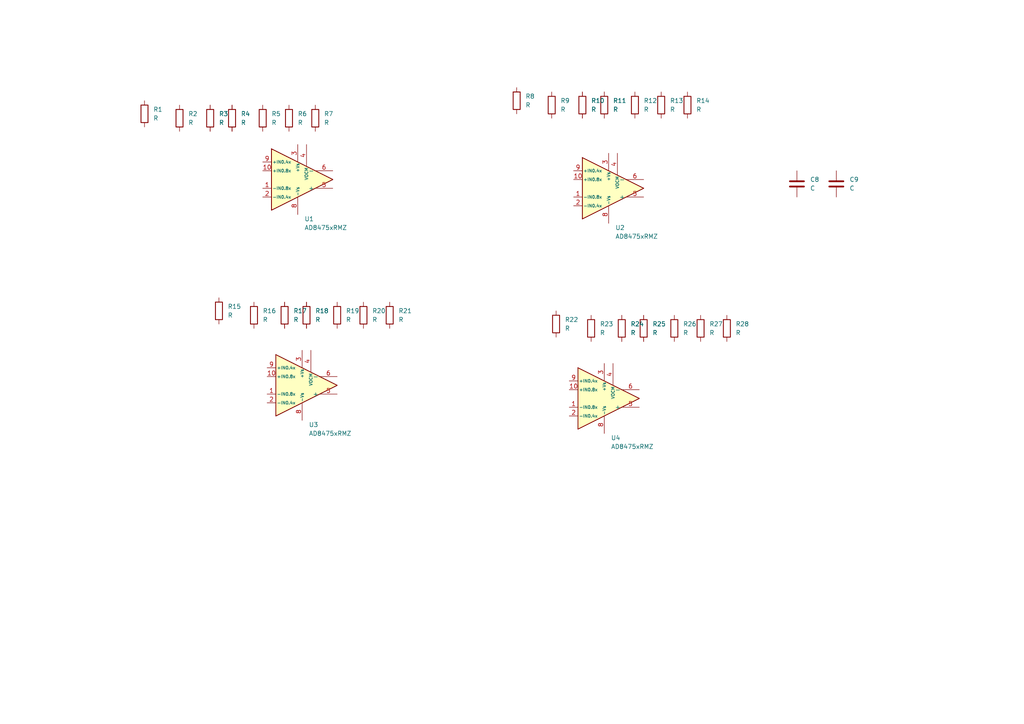
<source format=kicad_sch>
(kicad_sch (version 20230121) (generator eeschema)
  (paper "A4")
  (lib_symbols
    (symbol "Amplifier_Difference:AD8475xRMZ" (pin_names (offset 0.254))
      (property "Reference" "U" (at 3.81 6.35 0))
      (property "Value" "AD8475xRMZ" (at 3.81 8.89 0))
      (symbol "AD8475xRMZ_0_1"
        (polyline (pts (xy -7.62 8.89) (xy -7.62 -8.89) (xy 10.16 0) (xy -7.62 8.89)) (stroke (width 0.254)) (fill (type background)))
      )
      (symbol "AD8475xRMZ_1_1"
        (pin input line (at -10.16 -2.54 0) (length 2.54) (name "-IN0.8x") (number "1"))
        (pin input line (at -10.16 2.54 0) (length 2.54) (name "+IN0.8x") (number "10"))
        (pin input line (at -10.16 -5.08 0) (length 2.54) (name "-IN0.4x") (number "2"))
        (pin power_in line (at 0 10.16 270) (length 5.08) (name "+Vs") (number "3"))
        (pin power_in line (at 2.54 10.16 270) (length 6.35) (name "VOCM") (number "4"))
        (pin output line (at 10.16 -2.54 180) (length 5.08) (name "+") (number "5"))
        (pin output line (at 10.16 2.54 180) (length 5.08) (name "-") (number "6"))
        (pin no_connect line (at -7.62 -7.62 0) (length 2.54) hide (name "NC") (number "7"))
        (pin power_in line (at 0 -10.16 90) (length 5.08) (name "-Vs") (number "8"))
        (pin input line (at -10.16 5.08 0) (length 2.54) (name "+IN0.4x") (number "9"))
      )
    )
    (symbol "Device:C" (pin_numbers hide) (pin_names (offset 0.254))
      (property "Reference" "C" (at 0.635 2.54 0))
      (property "Value" "C" (at 0.635 -2.54 0))
      (symbol "C_0_1"
        (polyline (pts (xy -2.032 -0.762) (xy 2.032 -0.762)) (stroke (width 0.508)))
        (polyline (pts (xy -2.032 0.762) (xy 2.032 0.762)) (stroke (width 0.508)))
      )
      (symbol "C_1_1"
        (pin passive line (at 0 3.81 270) (length 2.794) (name "~") (number "1"))
        (pin passive line (at 0 -3.81 90) (length 2.794) (name "~") (number "2"))
      )
    )
    (symbol "Device:R" (pin_numbers hide) (pin_names (offset 0))
      (property "Reference" "R" (at 2.032 0 90))
      (property "Value" "R" (at 0 0 90))
      (symbol "R_0_1"
        (rectangle (start -1.016 -2.54) (end 1.016 2.54) (stroke (width 0.254)))
      )
      (symbol "R_1_1"
        (pin passive line (at 0 3.81 270) (length 1.27) (name "~") (number "1"))
        (pin passive line (at 0 -3.81 90) (length 1.27) (name "~") (number "2"))
      )
    )
  )
  (symbol (lib_id "Device:R") (at 41.91 33.02 0) (unit 1)
    (property "Reference" "R1" (at 44.45 31.75 0) (effects (justify left)))
    (property "Value" "R" (at 44.45 34.29 0) (effects (justify left)))
    (property "Footprint" "Resistor_SMD:R_0805_2012Metric" (effects hide))
  )
  (symbol (lib_id "Device:R") (at 83.82 34.29 0) (unit 1)
    (property "Reference" "R6" (at 86.36 33.02 0) (effects (justify left)))
    (property "Value" "R" (at 86.36 35.56 0) (effects (justify left)))
    (property "Footprint" "Resistor_SMD:R_0805_2012Metric" (effects hide))
  )
  (symbol (lib_id "Device:R") (at 76.2 34.29 0) (unit 1)
    (property "Reference" "R5" (at 78.74 33.02 0) (effects (justify left)))
    (property "Value" "R" (at 78.74 35.56 0) (effects (justify left)))
    (property "Footprint" "Resistor_SMD:R_0805_2012Metric" (effects hide))
  )
  (symbol (lib_id "Device:R") (at 199.39 30.48 0) (unit 1)
    (property "Reference" "R14" (at 201.93 29.21 0) (effects (justify left)))
    (property "Value" "R" (at 201.93 31.75 0) (effects (justify left)))
    (property "Footprint" "Resistor_SMD:R_0805_2012Metric" (effects hide))
  )
  (symbol (lib_id "Amplifier_Difference:AD8475xRMZ") (at 176.53 54.61 0) (unit 1)
    (property "Reference" "U2" (at 178.4621 66.04 0) (effects (justify left)))
    (property "Value" "AD8475xRMZ" (at 178.4621 68.58 0) (effects (justify left)))
    (property "Footprint" "Package_DIP:DIP-8-16_W7.62mm" (effects hide))
    (property "Datasheet" "https://www.analog.com/media/en/technical-documentation/data-sheets/AD8475.pdf" (effects hide))
  )
  (symbol (lib_id "Device:R") (at 113.03 91.44 0) (unit 1)
    (property "Reference" "R21" (at 115.57 90.17 0) (effects (justify left)))
    (property "Value" "R" (at 115.57 92.71 0) (effects (justify left)))
    (property "Footprint" "Resistor_SMD:R_0805_2012Metric" (effects hide))
  )
  (symbol (lib_id "Device:R") (at 210.82 95.25 0) (unit 1)
    (property "Reference" "R28" (at 213.36 93.98 0) (effects (justify left)))
    (property "Value" "R" (at 213.36 96.52 0) (effects (justify left)))
    (property "Footprint" "Resistor_SMD:R_0805_2012Metric" (effects hide))
  )
  (symbol (lib_id "Device:R") (at 175.26 30.48 0) (unit 1)
    (property "Reference" "R11" (at 177.8 29.21 0) (effects (justify left)))
    (property "Value" "R" (at 177.8 31.75 0) (effects (justify left)))
    (property "Footprint" "Resistor_SMD:R_0805_2012Metric" (effects hide))
  )
  (symbol (lib_id "Device:R") (at 160.02 30.48 0) (unit 1)
    (property "Reference" "R9" (at 162.56 29.21 0) (effects (justify left)))
    (property "Value" "R" (at 162.56 31.75 0) (effects (justify left)))
    (property "Footprint" "Resistor_SMD:R_0805_2012Metric" (effects hide))
  )
  (symbol (lib_id "Device:R") (at 191.77 30.48 0) (unit 1)
    (property "Reference" "R13" (at 194.31 29.21 0) (effects (justify left)))
    (property "Value" "R" (at 194.31 31.75 0) (effects (justify left)))
    (property "Footprint" "Resistor_SMD:R_0805_2012Metric" (effects hide))
  )
  (symbol (lib_id "Device:R") (at 186.69 95.25 0) (unit 1)
    (property "Reference" "R25" (at 189.23 93.98 0) (effects (justify left)))
    (property "Value" "R" (at 189.23 96.52 0) (effects (justify left)))
    (property "Footprint" "Resistor_SMD:R_0805_2012Metric" (effects hide))
  )
  (symbol (lib_id "Device:R") (at 52.07 34.29 0) (unit 1)
    (property "Reference" "R2" (at 54.61 33.02 0) (effects (justify left)))
    (property "Value" "R" (at 54.61 35.56 0) (effects (justify left)))
    (property "Footprint" "Resistor_SMD:R_0805_2012Metric" (effects hide))
  )
  (symbol (lib_id "Amplifier_Difference:AD8475xRMZ") (at 86.36 52.07 0) (unit 1)
    (property "Reference" "U1" (at 88.2921 63.5 0) (effects (justify left)))
    (property "Value" "AD8475xRMZ" (at 88.2921 66.04 0) (effects (justify left)))
    (property "Footprint" "Package_DIP:DIP-8-16_W7.62mm" (effects hide))
    (property "Datasheet" "https://www.analog.com/media/en/technical-documentation/data-sheets/AD8475.pdf" (effects hide))
  )
  (symbol (lib_id "Device:R") (at 180.34 95.25 0) (unit 1)
    (property "Reference" "R24" (at 182.88 93.98 0) (effects (justify left)))
    (property "Value" "R" (at 182.88 96.52 0) (effects (justify left)))
    (property "Footprint" "Resistor_SMD:R_0805_2012Metric" (effects hide))
  )
  (symbol (lib_id "Device:R") (at 97.79 91.44 0) (unit 1)
    (property "Reference" "R19" (at 100.33 90.17 0) (effects (justify left)))
    (property "Value" "R" (at 100.33 92.71 0) (effects (justify left)))
    (property "Footprint" "Resistor_SMD:R_0805_2012Metric" (effects hide))
  )
  (symbol (lib_id "Device:R") (at 82.55 91.44 0) (unit 1)
    (property "Reference" "R17" (at 85.09 90.17 0) (effects (justify left)))
    (property "Value" "R" (at 85.09 92.71 0) (effects (justify left)))
    (property "Footprint" "Resistor_SMD:R_0805_2012Metric" (effects hide))
  )
  (symbol (lib_id "Device:R") (at 203.2 95.25 0) (unit 1)
    (property "Reference" "R27" (at 205.74 93.98 0) (effects (justify left)))
    (property "Value" "R" (at 205.74 96.52 0) (effects (justify left)))
    (property "Footprint" "Resistor_SMD:R_0805_2012Metric" (effects hide))
  )
  (symbol (lib_id "Device:R") (at 73.66 91.44 0) (unit 1)
    (property "Reference" "R16" (at 76.2 90.17 0) (effects (justify left)))
    (property "Value" "R" (at 76.2 92.71 0) (effects (justify left)))
    (property "Footprint" "Resistor_SMD:R_0805_2012Metric" (effects hide))
  )
  (symbol (lib_id "Device:R") (at 91.44 34.29 0) (unit 1)
    (property "Reference" "R7" (at 93.98 33.02 0) (effects (justify left)))
    (property "Value" "R" (at 93.98 35.56 0) (effects (justify left)))
    (property "Footprint" "Resistor_SMD:R_0805_2012Metric" (effects hide))
  )
  (symbol (lib_id "Device:R") (at 171.45 95.25 0) (unit 1)
    (property "Reference" "R23" (at 173.99 93.98 0) (effects (justify left)))
    (property "Value" "R" (at 173.99 96.52 0) (effects (justify left)))
    (property "Footprint" "Resistor_SMD:R_0805_2012Metric" (effects hide))
  )
  (symbol (lib_id "Device:R") (at 168.91 30.48 0) (unit 1)
    (property "Reference" "R10" (at 171.45 29.21 0) (effects (justify left)))
    (property "Value" "R" (at 171.45 31.75 0) (effects (justify left)))
    (property "Footprint" "Resistor_SMD:R_0805_2012Metric" (effects hide))
  )
  (symbol (lib_id "Amplifier_Difference:AD8475xRMZ") (at 87.63 111.76 0) (unit 1)
    (property "Reference" "U3" (at 89.5621 123.19 0) (effects (justify left)))
    (property "Value" "AD8475xRMZ" (at 89.5621 125.73 0) (effects (justify left)))
    (property "Footprint" "Package_DIP:DIP-8-16_W7.62mm" (effects hide))
    (property "Datasheet" "https://www.analog.com/media/en/technical-documentation/data-sheets/AD8475.pdf" (effects hide))
  )
  (symbol (lib_id "Device:R") (at 63.5 90.17 0) (unit 1)
    (property "Reference" "R15" (at 66.04 88.9 0) (effects (justify left)))
    (property "Value" "R" (at 66.04 91.44 0) (effects (justify left)))
    (property "Footprint" "Resistor_SMD:R_0805_2012Metric" (effects hide))
  )
  (symbol (lib_id "Device:R") (at 184.15 30.48 0) (unit 1)
    (property "Reference" "R12" (at 186.69 29.21 0) (effects (justify left)))
    (property "Value" "R" (at 186.69 31.75 0) (effects (justify left)))
    (property "Footprint" "Resistor_SMD:R_0805_2012Metric" (effects hide))
  )
  (symbol (lib_id "Device:R") (at 195.58 95.25 0) (unit 1)
    (property "Reference" "R26" (at 198.12 93.98 0) (effects (justify left)))
    (property "Value" "R" (at 198.12 96.52 0) (effects (justify left)))
    (property "Footprint" "Resistor_SMD:R_0805_2012Metric" (effects hide))
  )
  (symbol (lib_id "Device:R") (at 105.41 91.44 0) (unit 1)
    (property "Reference" "R20" (at 107.95 90.17 0) (effects (justify left)))
    (property "Value" "R" (at 107.95 92.71 0) (effects (justify left)))
    (property "Footprint" "Resistor_SMD:R_0805_2012Metric" (effects hide))
  )
  (symbol (lib_id "Amplifier_Difference:AD8475xRMZ") (at 175.26 115.57 0) (unit 1)
    (property "Reference" "U4" (at 177.1921 127 0) (effects (justify left)))
    (property "Value" "AD8475xRMZ" (at 177.1921 129.54 0) (effects (justify left)))
    (property "Footprint" "Package_DIP:DIP-8-16_W7.62mm" (effects hide))
    (property "Datasheet" "https://www.analog.com/media/en/technical-documentation/data-sheets/AD8475.pdf" (effects hide))
  )
  (symbol (lib_id "Device:R") (at 161.29 93.98 0) (unit 1)
    (property "Reference" "R22" (at 163.83 92.71 0) (effects (justify left)))
    (property "Value" "R" (at 163.83 95.25 0) (effects (justify left)))
    (property "Footprint" "Resistor_SMD:R_0805_2012Metric" (effects hide))
  )
  (symbol (lib_id "Device:C") (at 242.57 53.34 0) (unit 1)
    (property "Reference" "C9" (at 246.38 52.07 0) (effects (justify left)))
    (property "Value" "C" (at 246.38 54.61 0) (effects (justify left)))
  )
  (symbol (lib_id "Device:R") (at 60.96 34.29 0) (unit 1)
    (property "Reference" "R3" (at 63.5 33.02 0) (effects (justify left)))
    (property "Value" "R" (at 63.5 35.56 0) (effects (justify left)))
    (property "Footprint" "Resistor_SMD:R_0805_2012Metric" (effects hide))
  )
  (symbol (lib_id "Device:C") (at 231.14 53.34 0) (unit 1)
    (property "Reference" "C8" (at 234.95 52.07 0) (effects (justify left)))
    (property "Value" "C" (at 234.95 54.61 0) (effects (justify left)))
  )
  (symbol (lib_id "Device:R") (at 67.31 34.29 0) (unit 1)
    (property "Reference" "R4" (at 69.85 33.02 0) (effects (justify left)))
    (property "Value" "R" (at 69.85 35.56 0) (effects (justify left)))
    (property "Footprint" "Resistor_SMD:R_0805_2012Metric" (effects hide))
  )
  (symbol (lib_id "Device:R") (at 88.9 91.44 0) (unit 1)
    (property "Reference" "R18" (at 91.44 90.17 0) (effects (justify left)))
    (property "Value" "R" (at 91.44 92.71 0) (effects (justify left)))
    (property "Footprint" "Resistor_SMD:R_0805_2012Metric" (effects hide))
  )
  (symbol (lib_id "Device:R") (at 149.86 29.21 0) (unit 1)
    (property "Reference" "R8" (at 152.4 27.94 0) (effects (justify left)))
    (property "Value" "R" (at 152.4 30.48 0) (effects (justify left)))
    (property "Footprint" "Resistor_SMD:R_0805_2012Metric" (effects hide))
  )
)
</source>
